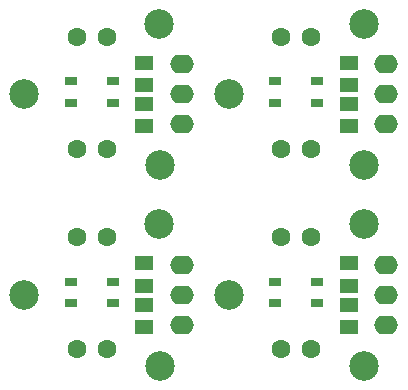
<source format=gts>
G04 DipTrace 2.3.1.0*
%INOptoSwitch.GTS*%
%MOMM*%
%ADD16R,1.0X0.8*%
%ADD17C,1.6*%
%ADD18R,1.5X1.3*%
%ADD19O,2.0X1.6*%
%ADD22C,2.5*%
%FSLAX53Y53*%
G04*
G71*
G90*
G75*
G01*
%LNTopMask*%
%LPD*%
D16*
X29766Y13653D3*
Y11853D3*
X26233Y13653D3*
Y11853D3*
D17*
X29289Y7938D3*
X26749D3*
X29289Y17438D3*
X26749D3*
D18*
X32465Y9843D3*
Y11743D3*
Y13336D3*
Y15236D3*
D19*
X35640Y10001D3*
Y12541D3*
Y15081D3*
D22*
X33735Y18542D3*
Y6542D3*
X22304Y12542D3*
D16*
X12462Y13653D3*
Y11853D3*
X8929Y13653D3*
Y11853D3*
D17*
X11986Y7938D3*
X9446D3*
X11986Y17438D3*
X9446D3*
D18*
X15161Y9843D3*
Y11743D3*
Y13336D3*
Y15236D3*
D19*
X18336Y10001D3*
Y12541D3*
Y15081D3*
D22*
X16431Y18542D3*
X16432Y6542D3*
X5000Y12542D3*
D16*
X12462Y30639D3*
Y28839D3*
X8929Y30639D3*
Y28839D3*
D17*
X11986Y24924D3*
X9446D3*
X11986Y34424D3*
X9446D3*
D18*
X15161Y26829D3*
Y28729D3*
Y30322D3*
Y32222D3*
D19*
X18336Y26988D3*
Y29528D3*
Y32068D3*
D22*
X16431Y35528D3*
X16432Y23528D3*
X5000Y29528D3*
D16*
X29766Y30639D3*
Y28839D3*
X26233Y30639D3*
Y28839D3*
D17*
X29289Y24924D3*
X26749D3*
X29289Y34424D3*
X26749D3*
D18*
X32465Y26829D3*
Y28729D3*
Y30322D3*
Y32222D3*
D19*
X35640Y26988D3*
Y29528D3*
Y32068D3*
D22*
X33735Y35528D3*
Y23528D3*
X22304Y29528D3*
M02*

</source>
